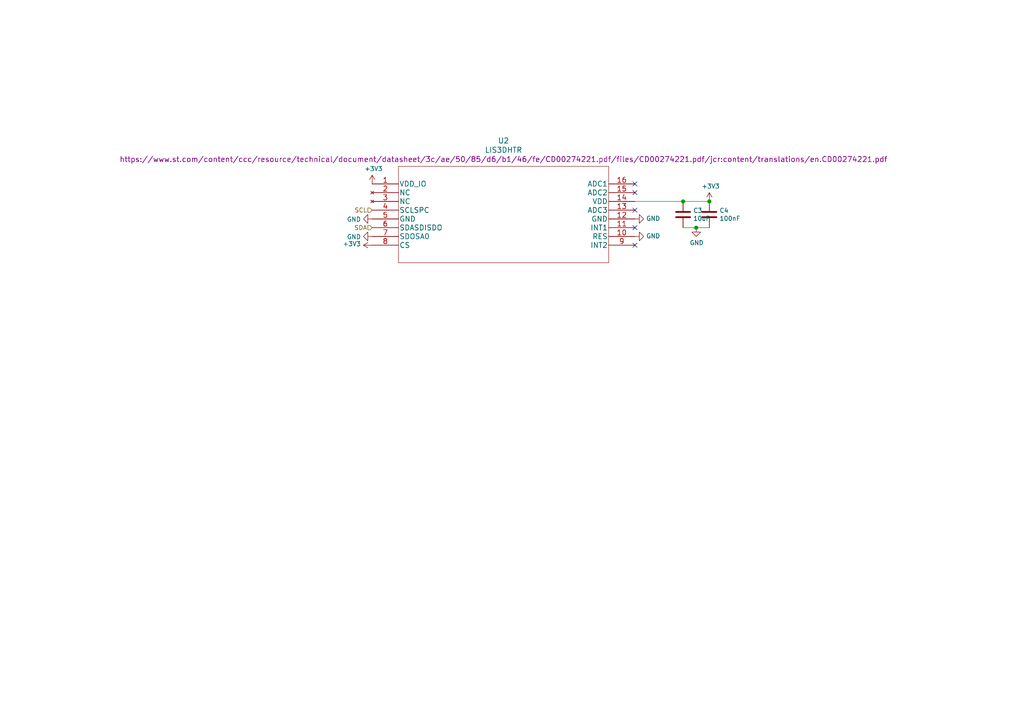
<source format=kicad_sch>
(kicad_sch (version 20201015) (generator eeschema)
  (paper "A4")
  (lib_symbols
    (symbol "Custom:LIS3DHTR" (pin_names (offset 0.254))
      (property "Reference" "U" (at 38.1 10.16 0))
      (property "Value" "LIS3DHTR" (at 38.1 7.62 0))
      (symbol "LIS3DHTR_1_0"
        (polyline (pts (xy 7.62 -22.86) (xy 68.58 -22.86)) (stroke (width 0.127)))
        (polyline (pts (xy 7.62 5.08) (xy 7.62 -22.86)) (stroke (width 0.127)))
        (polyline (pts (xy 68.58 -22.86) (xy 68.58 5.08)) (stroke (width 0.127)))
        (polyline (pts (xy 68.58 5.08) (xy 7.62 5.08)) (stroke (width 0.127)))
        (pin power_in line (at 0 0 0) (length 7.62) (name "VDD_IO") (number "1"))
        (pin input line (at 76.2 -15.24 180) (length 7.62) (name "RES") (number "10"))
        (pin output line (at 76.2 -12.7 180) (length 7.62) (name "INT1") (number "11"))
        (pin power_in line (at 76.2 -10.16 180) (length 7.62) (name "GND") (number "12"))
        (pin input line (at 76.2 -7.62 180) (length 7.62) (name "ADC3") (number "13"))
        (pin power_in line (at 76.2 -5.08 180) (length 7.62) (name "VDD") (number "14"))
        (pin input line (at 76.2 -2.54 180) (length 7.62) (name "ADC2") (number "15"))
        (pin input line (at 76.2 0 180) (length 7.62) (name "ADC1") (number "16"))
        (pin unconnected line (at 0 -2.54 0) (length 7.62) (name "NC") (number "2"))
        (pin unconnected line (at 0 -5.08 0) (length 7.62) (name "NC") (number "3"))
        (pin input line (at 0 -7.62 0) (length 7.62) (name "SCLSPC") (number "4"))
        (pin power_in line (at 0 -10.16 0) (length 7.62) (name "GND") (number "5"))
        (pin bidirectional line (at 0 -12.7 0) (length 7.62) (name "SDASDISDO") (number "6"))
        (pin input line (at 0 -15.24 0) (length 7.62) (name "SDOSA0") (number "7"))
        (pin input line (at 0 -17.78 0) (length 7.62) (name "CS") (number "8"))
        (pin output line (at 76.2 -17.78 180) (length 7.62) (name "INT2") (number "9"))
      )
    )
    (symbol "Device:C" (pin_numbers hide) (pin_names (offset 0.254))
      (property "Reference" "C" (at 0.635 2.54 0))
      (property "Value" "C" (at 0.635 -2.54 0))
      (symbol "C_0_1"
        (polyline (pts (xy -2.032 -0.762) (xy 2.032 -0.762)) (stroke (width 0.508)))
        (polyline (pts (xy -2.032 0.762) (xy 2.032 0.762)) (stroke (width 0.508)))
      )
      (symbol "C_1_1"
        (pin passive line (at 0 3.81 270) (length 2.794) (name "~") (number "1"))
        (pin passive line (at 0 -3.81 90) (length 2.794) (name "~") (number "2"))
      )
    )
    (symbol "power:+3V3" (power) (pin_names (offset 0))
      (property "Value" "+3V3" (at 0 3.556 0))
      (symbol "+3V3_0_1"
        (polyline (pts (xy -0.762 1.27) (xy 0 2.54)))
        (polyline (pts (xy 0 0) (xy 0 2.54)))
        (polyline (pts (xy 0 2.54) (xy 0.762 1.27)))
      )
      (symbol "+3V3_1_1"
        (pin power_in line (at 0 0 90) (length 0) hide (name "+3V3") (number "1"))
      )
    )
    (symbol "power:GND" (power) (pin_names (offset 0))
      (property "Value" "GND" (at 0 -3.81 0))
      (symbol "GND_0_1"
        (polyline (pts (xy 0 0) (xy 0 -1.27) (xy 1.27 -1.27) (xy 0 -2.54) (xy -1.27 -1.27) (xy 0 -1.27)))
      )
      (symbol "GND_1_1"
        (pin power_in line (at 0 0 270) (length 0) hide (name "GND") (number "1"))
      )
    )
  )
  (junction (at 198.12 58.42) (diameter 1.016))
  (junction (at 201.93 66.04) (diameter 1.016))
  (junction (at 205.74 58.42) (diameter 1.016))
  (no_connect (at 184.15 53.34))
  (no_connect (at 184.15 55.88))
  (no_connect (at 184.15 60.96))
  (no_connect (at 184.15 66.04))
  (no_connect (at 184.15 71.12))
  (wire (pts (xy 184.15 58.42) (xy 198.12 58.42)))
  (wire (pts (xy 198.12 66.04) (xy 201.93 66.04)))
  (wire (pts (xy 201.93 66.04) (xy 205.74 66.04)))
  (wire (pts (xy 205.74 58.42) (xy 198.12 58.42)))
  (hierarchical_label "SCL" (shape input) (at 107.95 60.96 180))
  (hierarchical_label "SDA" (shape input) (at 107.95 66.04 180))
  (symbol (lib_id "power:+3V3") (at 107.95 53.34 0) (unit 1)
    (property "Reference" "#PWR025" (effects hide))
    (property "Value" "+3V3" (at 108.331 48.9458 0))
  )
  (symbol (lib_id "power:+3V3") (at 107.95 71.12 90) (unit 1)
    (property "Reference" "#PWR028" (effects hide))
    (property "Value" "+3V3" (at 104.6988 70.739 90) (effects (justify left)))
  )
  (symbol (lib_id "power:+3V3") (at 205.74 58.42 0) (unit 1)
    (property "Reference" "#PWR032" (effects hide))
    (property "Value" "+3V3" (at 206.121 54.0258 0))
  )
  (symbol (lib_id "power:GND") (at 107.95 63.5 270) (unit 1)
    (property "Reference" "#PWR026" (effects hide))
    (property "Value" "GND" (at 104.6988 63.627 90) (effects (justify right)))
  )
  (symbol (lib_id "power:GND") (at 107.95 68.58 270) (unit 1)
    (property "Reference" "#PWR027" (effects hide))
    (property "Value" "GND" (at 104.6988 68.707 90) (effects (justify right)))
  )
  (symbol (lib_id "power:GND") (at 184.15 63.5 90) (unit 1)
    (property "Reference" "#PWR029" (effects hide))
    (property "Value" "GND" (at 187.4012 63.373 90) (effects (justify right)))
  )
  (symbol (lib_id "power:GND") (at 184.15 68.58 90) (unit 1)
    (property "Reference" "#PWR030" (effects hide))
    (property "Value" "GND" (at 187.4012 68.453 90) (effects (justify right)))
  )
  (symbol (lib_id "power:GND") (at 201.93 66.04 0) (unit 1)
    (property "Reference" "#PWR031" (effects hide))
    (property "Value" "GND" (at 202.057 70.4342 0))
  )
  (symbol (lib_id "Device:C") (at 198.12 62.23 0) (unit 1)
    (property "Reference" "C3" (at 201.041 61.0616 0) (effects (justify left)))
    (property "Value" "10uF" (at 201.041 63.373 0) (effects (justify left)))
    (property "Footprint" "Capacitor_SMD:C_0805_2012Metric" (effects hide))
  )
  (symbol (lib_id "Device:C") (at 205.74 62.23 0) (unit 1)
    (property "Reference" "C4" (at 208.661 61.0616 0) (effects (justify left)))
    (property "Value" "100nF" (at 208.661 63.373 0) (effects (justify left)))
    (property "Footprint" "Capacitor_SMD:C_0603_1608Metric" (effects hide))
  )
  (symbol (lib_id "Custom:LIS3DHTR") (at 107.95 53.34 0) (unit 1)
    (property "Reference" "U2" (at 146.05 40.8178 0) (effects (font (size 1.524 1.524))))
    (property "Value" "LIS3DHTR" (at 146.05 43.5102 0) (effects (font (size 1.524 1.524))))
    (property "Footprint" "CustomFootprints:LIS3DHTR" (effects hide))
    (property "Datasheet" "https://www.st.com/content/ccc/resource/technical/document/datasheet/3c/ae/50/85/d6/b1/46/fe/CD00274221.pdf/files/CD00274221.pdf/jcr:content/translations/en.CD00274221.pdf" (at 146.05 46.2026 0) (effects (font (size 1.524 1.524))))
    (property "Digikey" "497-10613-1-ND" (effects hide))
  )
)
</source>
